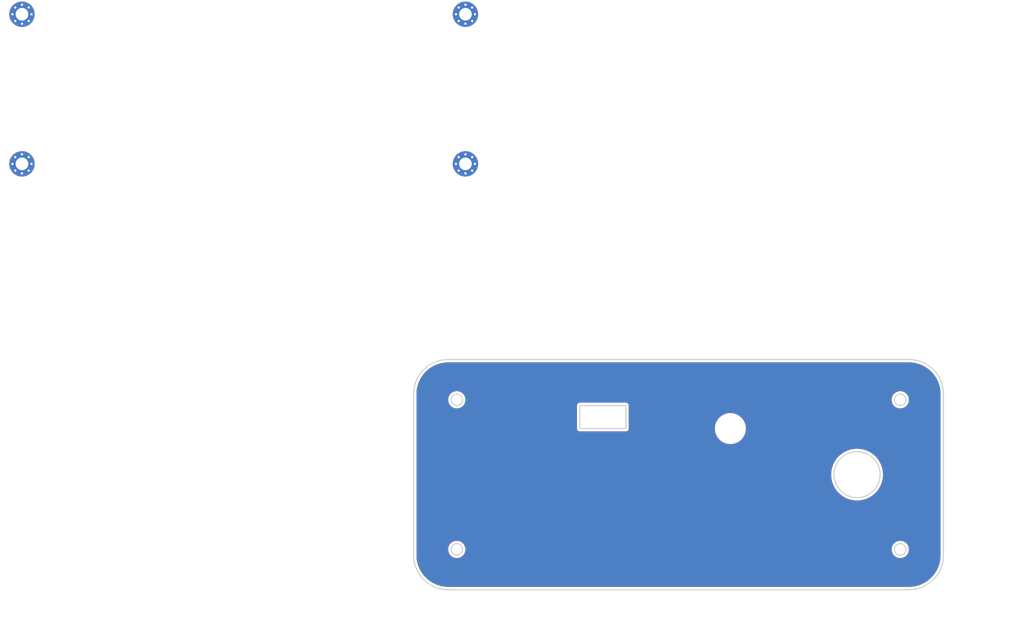
<source format=kicad_pcb>
(kicad_pcb (version 20241229) (generator "pcbnew") (generator_version "9.0")
  (layers (0 "F.Cu" signal) (2 "B.Cu" signal) (13 "F.Paste" user) (15 "B.Paste" user) (5 "F.SilkS" user "F.Silkscreen") (7 "B.SilkS" user "B.Silkscreen") (1 "F.Mask" user) (3 "B.Mask" user) (25 "Edge.Cuts" user))
  (net 0 "")
  (footprint "MountingHole_2.2mm_M2_Pad_Via" (layer "F.Cu") (at 77 0)
    (property "Reference" "generated" (hide yes))
    (property "Value" "MountingHole_2.2mm_M2_Pad_Via" (hide yes))
    (pad "1" thru_hole circle (at -1.65 0) (size 0.7 0.7) (drill 0.4) (layers "*.Cu" "*.Mask"))
    (pad "1" thru_hole circle (at -1.166726 -1.166726) (size 0.7 0.7) (drill 0.4) (layers "*.Cu" "*.Mask"))
    (pad "1" thru_hole circle (at -1.166726 1.166726) (size 0.7 0.7) (drill 0.4) (layers "*.Cu" "*.Mask"))
    (pad "1" thru_hole circle (at 0 -1.65) (size 0.7 0.7) (drill 0.4) (layers "*.Cu" "*.Mask"))
    (pad "1" thru_hole circle (at 0 0) (size 4.4 4.4) (drill 2.2) (layers "*.Cu" "*.Mask"))
    (pad "1" thru_hole circle (at 0 1.65) (size 0.7 0.7) (drill 0.4) (layers "*.Cu" "*.Mask"))
    (pad "1" thru_hole circle (at 1.166726 -1.166726) (size 0.7 0.7) (drill 0.4) (layers "*.Cu" "*.Mask"))
    (pad "1" thru_hole circle (at 1.166726 1.166726) (size 0.7 0.7) (drill 0.4) (layers "*.Cu" "*.Mask"))
    (pad "1" thru_hole circle (at 1.65 0) (size 0.7 0.7) (drill 0.4) (layers "*.Cu" "*.Mask"))
  )
  (footprint "MountingHole_2.2mm_M2_Pad_Via" (layer "F.Cu") (at 0 0)
    (property "Reference" "generated" (hide yes))
    (property "Value" "MountingHole_2.2mm_M2_Pad_Via" (hide yes))
    (pad "1" thru_hole circle (at -1.65 0) (size 0.7 0.7) (drill 0.4) (layers "*.Cu" "*.Mask"))
    (pad "1" thru_hole circle (at -1.166726 -1.166726) (size 0.7 0.7) (drill 0.4) (layers "*.Cu" "*.Mask"))
    (pad "1" thru_hole circle (at -1.166726 1.166726) (size 0.7 0.7) (drill 0.4) (layers "*.Cu" "*.Mask"))
    (pad "1" thru_hole circle (at 0 -1.65) (size 0.7 0.7) (drill 0.4) (layers "*.Cu" "*.Mask"))
    (pad "1" thru_hole circle (at 0 0) (size 4.4 4.4) (drill 2.2) (layers "*.Cu" "*.Mask"))
    (pad "1" thru_hole circle (at 0 1.65) (size 0.7 0.7) (drill 0.4) (layers "*.Cu" "*.Mask"))
    (pad "1" thru_hole circle (at 1.166726 -1.166726) (size 0.7 0.7) (drill 0.4) (layers "*.Cu" "*.Mask"))
    (pad "1" thru_hole circle (at 1.166726 1.166726) (size 0.7 0.7) (drill 0.4) (layers "*.Cu" "*.Mask"))
    (pad "1" thru_hole circle (at 1.65 0) (size 0.7 0.7) (drill 0.4) (layers "*.Cu" "*.Mask"))
  )
  (footprint "MountingHole_2.2mm_M2_Pad_Via" (layer "F.Cu") (at 77 26)
    (property "Reference" "generated" (hide yes))
    (property "Value" "MountingHole_2.2mm_M2_Pad_Via" (hide yes))
    (pad "1" thru_hole circle (at -1.65 0) (size 0.7 0.7) (drill 0.4) (layers "*.Cu" "*.Mask"))
    (pad "1" thru_hole circle (at -1.166726 -1.166726) (size 0.7 0.7) (drill 0.4) (layers "*.Cu" "*.Mask"))
    (pad "1" thru_hole circle (at -1.166726 1.166726) (size 0.7 0.7) (drill 0.4) (layers "*.Cu" "*.Mask"))
    (pad "1" thru_hole circle (at 0 -1.65) (size 0.7 0.7) (drill 0.4) (layers "*.Cu" "*.Mask"))
    (pad "1" thru_hole circle (at 0 0) (size 4.4 4.4) (drill 2.2) (layers "*.Cu" "*.Mask"))
    (pad "1" thru_hole circle (at 0 1.65) (size 0.7 0.7) (drill 0.4) (layers "*.Cu" "*.Mask"))
    (pad "1" thru_hole circle (at 1.166726 -1.166726) (size 0.7 0.7) (drill 0.4) (layers "*.Cu" "*.Mask"))
    (pad "1" thru_hole circle (at 1.166726 1.166726) (size 0.7 0.7) (drill 0.4) (layers "*.Cu" "*.Mask"))
    (pad "1" thru_hole circle (at 1.65 0) (size 0.7 0.7) (drill 0.4) (layers "*.Cu" "*.Mask"))
  )
  (footprint "MountingHole_2.2mm_M2_Pad_Via" (layer "F.Cu") (at 0 26)
    (property "Reference" "generated" (hide yes))
    (property "Value" "MountingHole_2.2mm_M2_Pad_Via" (hide yes))
    (pad "1" thru_hole circle (at -1.65 0) (size 0.7 0.7) (drill 0.4) (layers "*.Cu" "*.Mask"))
    (pad "1" thru_hole circle (at -1.166726 -1.166726) (size 0.7 0.7) (drill 0.4) (layers "*.Cu" "*.Mask"))
    (pad "1" thru_hole circle (at -1.166726 1.166726) (size 0.7 0.7) (drill 0.4) (layers "*.Cu" "*.Mask"))
    (pad "1" thru_hole circle (at 0 -1.65) (size 0.7 0.7) (drill 0.4) (layers "*.Cu" "*.Mask"))
    (pad "1" thru_hole circle (at 0 0) (size 4.4 4.4) (drill 2.2) (layers "*.Cu" "*.Mask"))
    (pad "1" thru_hole circle (at 0 1.65) (size 0.7 0.7) (drill 0.4) (layers "*.Cu" "*.Mask"))
    (pad "1" thru_hole circle (at 1.166726 -1.166726) (size 0.7 0.7) (drill 0.4) (layers "*.Cu" "*.Mask"))
    (pad "1" thru_hole circle (at 1.166726 1.166726) (size 0.7 0.7) (drill 0.4) (layers "*.Cu" "*.Mask"))
    (pad "1" thru_hole circle (at 1.65 0) (size 0.7 0.7) (drill 0.4) (layers "*.Cu" "*.Mask"))
  )
  (gr_arc (start 74 100) (mid 69.75736 98.242641) (end 68.000001 94.000001) (stroke (width 0.2)) (layer "Edge.Cuts"))
  (gr_circle (center 75.500001 93) (end 76.500001 93) (stroke (width 0.2)) (fill no) (layer "Edge.Cuts"))
  (gr_line (start 68.000001 94.000001) (end 68.000001 65.999999) (stroke (width 0.2)) (layer "Edge.Cuts"))
  (gr_line (start 104.860001 68) (end 96.860001 68) (stroke (width 0.2)) (layer "Edge.Cuts"))
  (gr_circle (center 75.500001 67) (end 76.500001 67) (stroke (width 0.2)) (fill no) (layer "Edge.Cuts"))
  (gr_line (start 104.860001 72) (end 104.860001 68) (stroke (width 0.2)) (layer "Edge.Cuts"))
  (gr_line (start 160.000001 94) (end 160.000001 66) (stroke (width 0.2)) (layer "Edge.Cuts"))
  (gr_circle (center 145.000001 80) (end 149.000001 80) (stroke (width 0.2)) (fill no) (layer "Edge.Cuts"))
  (gr_line (start 96.860001 72) (end 96.860001 68) (stroke (width 0.2)) (layer "Edge.Cuts"))
  (gr_line (start 154.000001 100) (end 74 100) (stroke (width 0.2)) (layer "Edge.Cuts"))
  (gr_line (start 104.860001 72) (end 96.860001 72) (stroke (width 0.2)) (layer "Edge.Cuts"))
  (gr_arc (start 154.000001 60) (mid 158.242642 61.757359) (end 160.000001 66) (stroke (width 0.2)) (layer "Edge.Cuts"))
  (gr_arc (start 160.000001 94) (mid 158.242642 98.242641) (end 154.000001 100) (stroke (width 0.2)) (layer "Edge.Cuts"))
  (gr_arc (start 68.000001 65.999999) (mid 69.75736 61.757359) (end 74 60) (stroke (width 0.2)) (layer "Edge.Cuts"))
  (gr_circle (center 152.500001 93) (end 153.500001 93) (stroke (width 0.2)) (fill no) (layer "Edge.Cuts"))
  (gr_line (start 154.000001 60) (end 74 60) (stroke (width 0.2)) (layer "Edge.Cuts"))
  (gr_circle (center 152.500001 67) (end 153.500001 67) (stroke (width 0.2)) (fill no) (layer "Edge.Cuts"))
  (zone (net 0) (net_name "") (layers "F.Cu" "B.Cu") (connect_pads (clearance 0.5)) (min_thickness 0.25) (fill yes (thermal_gap 0.5) (thermal_bridge_width 0.5) (island_removal_mode 1) (island_area_min 10))
    (polygon (pts (xy 64 55) (xy 65 102) (xy 174 106) (xy 173 53)))
  )
)
</source>
